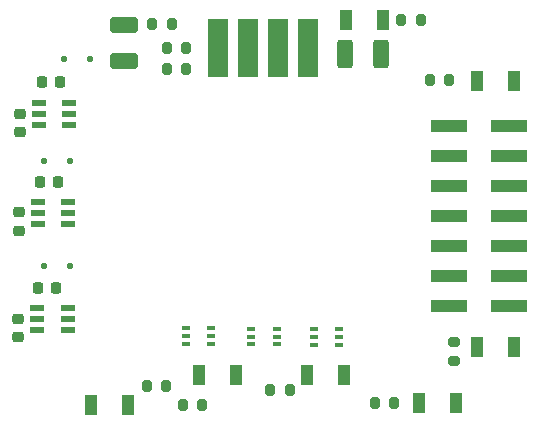
<source format=gbr>
%TF.GenerationSoftware,KiCad,Pcbnew,9.0.6*%
%TF.CreationDate,2025-12-26T20:18:00+00:00*%
%TF.ProjectId,PIDI-BOX-01-FRONTPANEL-1-3TE-A1,50494449-2d42-44f5-982d-30312d46524f,rev?*%
%TF.SameCoordinates,Original*%
%TF.FileFunction,Paste,Top*%
%TF.FilePolarity,Positive*%
%FSLAX46Y46*%
G04 Gerber Fmt 4.6, Leading zero omitted, Abs format (unit mm)*
G04 Created by KiCad (PCBNEW 9.0.6) date 2025-12-26 20:18:00*
%MOMM*%
%LPD*%
G01*
G04 APERTURE LIST*
G04 Aperture macros list*
%AMRoundRect*
0 Rectangle with rounded corners*
0 $1 Rounding radius*
0 $2 $3 $4 $5 $6 $7 $8 $9 X,Y pos of 4 corners*
0 Add a 4 corners polygon primitive as box body*
4,1,4,$2,$3,$4,$5,$6,$7,$8,$9,$2,$3,0*
0 Add four circle primitives for the rounded corners*
1,1,$1+$1,$2,$3*
1,1,$1+$1,$4,$5*
1,1,$1+$1,$6,$7*
1,1,$1+$1,$8,$9*
0 Add four rect primitives between the rounded corners*
20,1,$1+$1,$2,$3,$4,$5,0*
20,1,$1+$1,$4,$5,$6,$7,0*
20,1,$1+$1,$6,$7,$8,$9,0*
20,1,$1+$1,$8,$9,$2,$3,0*%
G04 Aperture macros list end*
%ADD10RoundRect,0.225000X0.250000X-0.225000X0.250000X0.225000X-0.250000X0.225000X-0.250000X-0.225000X0*%
%ADD11RoundRect,0.225000X0.225000X0.250000X-0.225000X0.250000X-0.225000X-0.250000X0.225000X-0.250000X0*%
%ADD12RoundRect,0.200000X0.200000X0.275000X-0.200000X0.275000X-0.200000X-0.275000X0.200000X-0.275000X0*%
%ADD13RoundRect,0.200000X-0.200000X-0.275000X0.200000X-0.275000X0.200000X0.275000X-0.200000X0.275000X0*%
%ADD14RoundRect,0.125000X0.125000X0.125000X-0.125000X0.125000X-0.125000X-0.125000X0.125000X-0.125000X0*%
%ADD15R,0.787400X0.355600*%
%ADD16RoundRect,0.200000X0.275000X-0.200000X0.275000X0.200000X-0.275000X0.200000X-0.275000X-0.200000X0*%
%ADD17R,1.700000X5.000000*%
%ADD18R,3.150000X1.000000*%
%ADD19R,1.008000X1.701800*%
%ADD20R,1.016000X1.701800*%
%ADD21R,1.150000X0.600000*%
%ADD22RoundRect,0.250000X-0.420000X-0.945000X0.420000X-0.945000X0.420000X0.945000X-0.420000X0.945000X0*%
%ADD23RoundRect,0.250000X-0.945000X0.420000X-0.945000X-0.420000X0.945000X-0.420000X0.945000X0.420000X0*%
G04 APERTURE END LIST*
D10*
%TO.C,C3*%
X86275000Y-78775000D03*
X86275000Y-77225000D03*
%TD*%
D11*
%TO.C,C5*%
X89625000Y-65650000D03*
X88075000Y-65650000D03*
%TD*%
D12*
%TO.C,R9*%
X100494600Y-54283200D03*
X98844600Y-54283200D03*
%TD*%
D13*
%TO.C,R7*%
X100165400Y-84480400D03*
X101815400Y-84480400D03*
%TD*%
D10*
%TO.C,C1*%
X86300000Y-69725000D03*
X86300000Y-68175000D03*
%TD*%
D14*
%TO.C,D1*%
X90600000Y-72700000D03*
X88400000Y-72700000D03*
%TD*%
D15*
%TO.C,U1*%
X111302800Y-78084401D03*
X111302800Y-78734400D03*
X111302800Y-79384399D03*
X113436400Y-79384399D03*
X113436400Y-78734400D03*
X113436400Y-78084401D03*
%TD*%
D16*
%TO.C,R4*%
X123125000Y-80775000D03*
X123125000Y-79125000D03*
%TD*%
D17*
%TO.C,J2*%
X110751400Y-54266900D03*
X108211400Y-54266900D03*
X105671400Y-54266900D03*
X103131400Y-54266900D03*
%TD*%
D18*
%TO.C,J1*%
X127800000Y-76090000D03*
X122750000Y-76090000D03*
X127800000Y-73550000D03*
X122750000Y-73550000D03*
X127800000Y-71010000D03*
X122750000Y-71010000D03*
X127800000Y-68470000D03*
X122750000Y-68470000D03*
X127800000Y-65930000D03*
X122750000Y-65930000D03*
X127800000Y-63390000D03*
X122750000Y-63390000D03*
X127800000Y-60850000D03*
X122750000Y-60850000D03*
%TD*%
D19*
%TO.C,LED4*%
X120167400Y-84328000D03*
D20*
X123317400Y-84328000D03*
%TD*%
D21*
%TO.C,IC3*%
X87875000Y-76250000D03*
X87875000Y-77200000D03*
X87875000Y-78150000D03*
X90475000Y-78150000D03*
X90475000Y-77200000D03*
X90475000Y-76250000D03*
%TD*%
D15*
%TO.C,U2*%
X106002000Y-78072701D03*
X106002000Y-78722700D03*
X106002000Y-79372699D03*
X108135600Y-79372699D03*
X108135600Y-78722700D03*
X108135600Y-78072701D03*
%TD*%
D13*
%TO.C,R6*%
X107582200Y-83210400D03*
X109232200Y-83210400D03*
%TD*%
D15*
%TO.C,U3*%
X100482400Y-78000659D03*
X100482400Y-78650658D03*
X100482400Y-79300657D03*
X102616000Y-79300657D03*
X102616000Y-78650658D03*
X102616000Y-78000659D03*
%TD*%
D19*
%TO.C,LED5*%
X110695800Y-81991200D03*
D20*
X113845800Y-81991200D03*
%TD*%
D22*
%TO.C,C8*%
X113885000Y-54800000D03*
X116965000Y-54800000D03*
%TD*%
D12*
%TO.C,R2*%
X98767400Y-82905600D03*
X97117400Y-82905600D03*
%TD*%
D19*
%TO.C,LED2*%
X125075000Y-57025000D03*
D20*
X128225000Y-57025000D03*
%TD*%
D19*
%TO.C,LED1*%
X114000000Y-51875000D03*
D20*
X117150000Y-51875000D03*
%TD*%
D13*
%TO.C,R5*%
X116450000Y-84350000D03*
X118100000Y-84350000D03*
%TD*%
D19*
%TO.C,LED6*%
X101573200Y-81940400D03*
D20*
X104723200Y-81940400D03*
%TD*%
D13*
%TO.C,R8*%
X118675000Y-51900000D03*
X120325000Y-51900000D03*
%TD*%
D14*
%TO.C,D3*%
X92325000Y-55225000D03*
X90125000Y-55225000D03*
%TD*%
D19*
%TO.C,LED7*%
X92407800Y-84480400D03*
D20*
X95557800Y-84480400D03*
%TD*%
D14*
%TO.C,D2*%
X90675000Y-63825000D03*
X88475000Y-63825000D03*
%TD*%
D12*
%TO.C,R10*%
X100494600Y-56083200D03*
X98844600Y-56083200D03*
%TD*%
D21*
%TO.C,IC2*%
X87900000Y-67300000D03*
X87900000Y-68250000D03*
X87900000Y-69200000D03*
X90500000Y-69200000D03*
X90500000Y-68250000D03*
X90500000Y-67300000D03*
%TD*%
D12*
%TO.C,R1*%
X99250000Y-52275000D03*
X97600000Y-52275000D03*
%TD*%
D13*
%TO.C,R3*%
X121100000Y-56950000D03*
X122750000Y-56950000D03*
%TD*%
D10*
%TO.C,C2*%
X86400000Y-61379400D03*
X86400000Y-59829400D03*
%TD*%
D11*
%TO.C,C4*%
X89775000Y-57150000D03*
X88225000Y-57150000D03*
%TD*%
D19*
%TO.C,LED3*%
X125097400Y-79600000D03*
D20*
X128247400Y-79600000D03*
%TD*%
D23*
%TO.C,C7*%
X95199200Y-52308000D03*
X95199200Y-55388000D03*
%TD*%
D11*
%TO.C,C6*%
X89475000Y-74600000D03*
X87925000Y-74600000D03*
%TD*%
D21*
%TO.C,IC1*%
X87976400Y-58928000D03*
X87976400Y-59878000D03*
X87976400Y-60828000D03*
X90576400Y-60828000D03*
X90576400Y-59878000D03*
X90576400Y-58928000D03*
%TD*%
M02*

</source>
